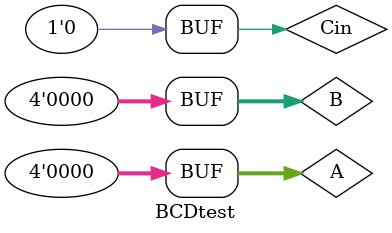
<source format=v>
`timescale 1ns / 1ps


module BCDtest;

	// Inputs
	reg [3:0] A;
	reg [3:0] B;
	reg Cin;

	// Outputs
	wire [3:0] S;
	wire Cout;

	// Instantiate the Unit Under Test (UUT)
	BCDAdder uut (
		.S(S), 
		.Cout(Cout), 
		.A(A), 
		.B(B), 
		.Cin(Cin)
	);

	initial begin
		// Initialize Inputs
		A = 0;
		B = 0;
		Cin = 0;

		// Wait 100 ns for global reset to finish
		#100;
        
		// Add stimulus here

	end
      
endmodule


</source>
